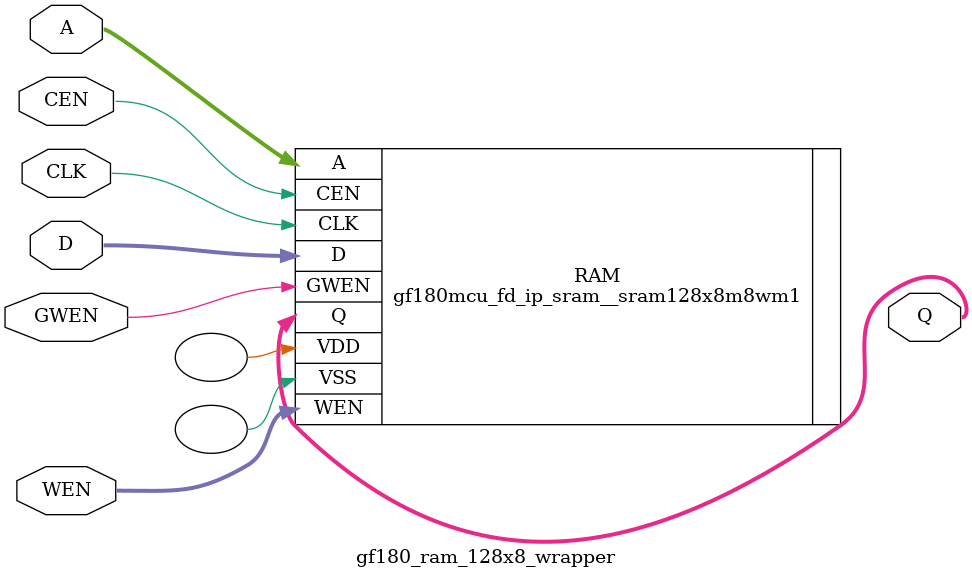
<source format=v>
module gf180_ram_128x8_wrapper (
	CLK,
	CEN,
	GWEN,
	WEN,
	A,
	D,
	Q
);

input           CLK;
input           CEN;    //Chip Enable
input           GWEN;   //Global Write Enable
input   [7:0]  	WEN;    //Write Enable
input   [6:0]   A;
input   [7:0]  	D;
output	[7:0]	Q;

gf180mcu_fd_ip_sram__sram128x8m8wm1 RAM (
    .CLK(CLK), 
    .CEN(CEN), 
    .GWEN(GWEN), 
    .WEN(WEN), 
    .A(A), 
    .D(D), 
    .Q(Q), 
    .VDD(), 
    .VSS());

endmodule
</source>
